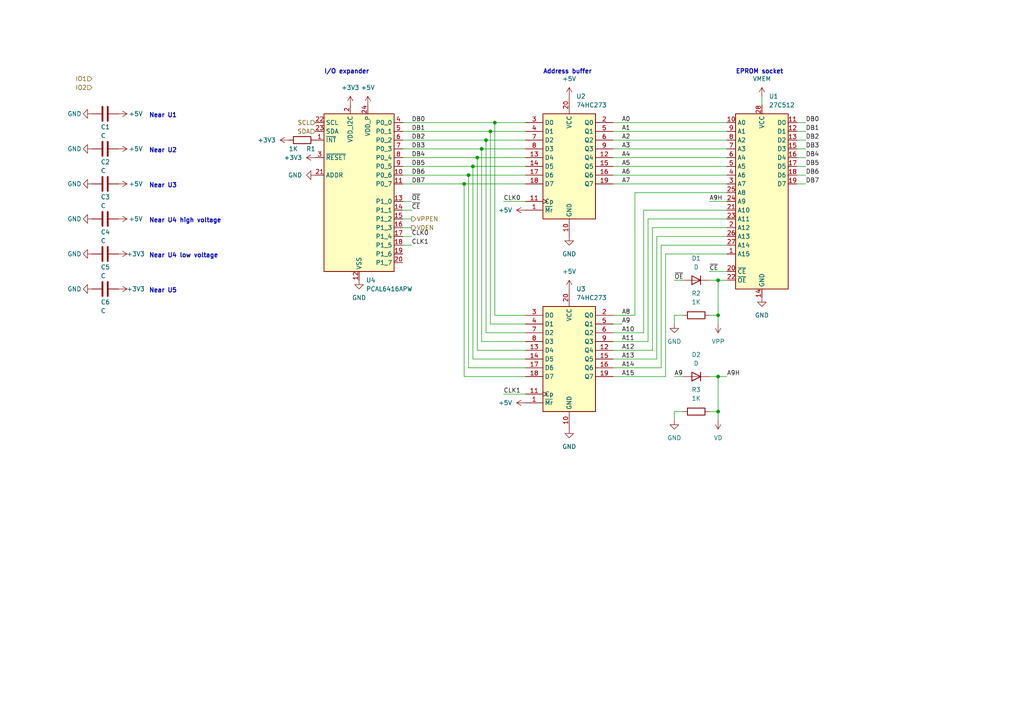
<source format=kicad_sch>
(kicad_sch (version 20211123) (generator eeschema)
  (paper "A4")
  (lib_symbols
    (symbol "+3V3_1" (power) (pin_names (offset 0))
      (property "Value" "+3V3_1" (at 0 3.556 0))
      (symbol "+3V3_1_0_1"
        (polyline (pts (xy -0.762 1.27) (xy 0 2.54)))
        (polyline (pts (xy 0 0) (xy 0 2.54)))
        (polyline (pts (xy 0 2.54) (xy 0.762 1.27)))
      )
      (symbol "+3V3_1_1_1"
        (pin power_in line (at 0 0 90) (length 0) hide (name "+3V3") (number "1"))
      )
    )
    (symbol "+3V3_2" (power) (pin_names (offset 0))
      (property "Value" "+3V3_2" (at 0 3.556 0))
      (symbol "+3V3_2_0_1"
        (polyline (pts (xy -0.762 1.27) (xy 0 2.54)))
        (polyline (pts (xy 0 0) (xy 0 2.54)))
        (polyline (pts (xy 0 2.54) (xy 0.762 1.27)))
      )
      (symbol "+3V3_2_1_1"
        (pin power_in line (at 0 0 90) (length 0) hide (name "+3V3") (number "1"))
      )
    )
    (symbol "+5V_1" (power) (pin_names (offset 0))
      (property "Value" "+5V_1" (at 0 3.556 0))
      (symbol "+5V_1_0_1"
        (polyline (pts (xy -0.762 1.27) (xy 0 2.54)))
        (polyline (pts (xy 0 0) (xy 0 2.54)))
        (polyline (pts (xy 0 2.54) (xy 0.762 1.27)))
      )
      (symbol "+5V_1_1_1"
        (pin power_in line (at 0 0 90) (length 0) hide (name "+5V") (number "1"))
      )
    )
    (symbol "+5V_2" (power) (pin_names (offset 0))
      (property "Value" "+5V_2" (at 0 3.556 0))
      (symbol "+5V_2_0_1"
        (polyline (pts (xy -0.762 1.27) (xy 0 2.54)))
        (polyline (pts (xy 0 0) (xy 0 2.54)))
        (polyline (pts (xy 0 2.54) (xy 0.762 1.27)))
      )
      (symbol "+5V_2_1_1"
        (pin power_in line (at 0 0 90) (length 0) hide (name "+5V") (number "1"))
      )
    )
    (symbol "74xx:74HC273"
      (property "Reference" "U" (at -7.62 16.51 0))
      (property "Value" "74HC273" (at -7.62 -16.51 0))
      (symbol "74HC273_1_0"
        (pin input line (at -12.7 -12.7 0) (length 5.08) (name "~{Mr}") (number "1"))
        (pin power_in line (at 0 -20.32 90) (length 5.08) (name "GND") (number "10"))
        (pin input clock (at -12.7 -10.16 0) (length 5.08) (name "Cp") (number "11"))
        (pin output line (at 12.7 2.54 180) (length 5.08) (name "Q4") (number "12"))
        (pin input line (at -12.7 2.54 0) (length 5.08) (name "D4") (number "13"))
        (pin input line (at -12.7 0 0) (length 5.08) (name "D5") (number "14"))
        (pin output line (at 12.7 0 180) (length 5.08) (name "Q5") (number "15"))
        (pin output line (at 12.7 -2.54 180) (length 5.08) (name "Q6") (number "16"))
        (pin input line (at -12.7 -2.54 0) (length 5.08) (name "D6") (number "17"))
        (pin input line (at -12.7 -5.08 0) (length 5.08) (name "D7") (number "18"))
        (pin output line (at 12.7 -5.08 180) (length 5.08) (name "Q7") (number "19"))
        (pin output line (at 12.7 12.7 180) (length 5.08) (name "Q0") (number "2"))
        (pin power_in line (at 0 20.32 270) (length 5.08) (name "VCC") (number "20"))
        (pin input line (at -12.7 12.7 0) (length 5.08) (name "D0") (number "3"))
        (pin input line (at -12.7 10.16 0) (length 5.08) (name "D1") (number "4"))
        (pin output line (at 12.7 10.16 180) (length 5.08) (name "Q1") (number "5"))
        (pin output line (at 12.7 7.62 180) (length 5.08) (name "Q2") (number "6"))
        (pin input line (at -12.7 7.62 0) (length 5.08) (name "D2") (number "7"))
        (pin input line (at -12.7 5.08 0) (length 5.08) (name "D3") (number "8"))
        (pin output line (at 12.7 5.08 180) (length 5.08) (name "Q3") (number "9"))
      )
      (symbol "74HC273_1_1"
        (rectangle (start -7.62 15.24) (end 7.62 -15.24) (stroke (width 0.254)) (fill (type background)))
      )
    )
    (symbol "Device:C" (pin_numbers hide) (pin_names (offset 0.254))
      (property "Reference" "C" (at 0.635 2.54 0))
      (property "Value" "C" (at 0.635 -2.54 0))
      (symbol "C_0_1"
        (polyline (pts (xy -2.032 -0.762) (xy 2.032 -0.762)) (stroke (width 0.508)))
        (polyline (pts (xy -2.032 0.762) (xy 2.032 0.762)) (stroke (width 0.508)))
      )
      (symbol "C_1_1"
        (pin passive line (at 0 3.81 270) (length 2.794) (name "~") (number "1"))
        (pin passive line (at 0 -3.81 90) (length 2.794) (name "~") (number "2"))
      )
    )
    (symbol "Device:D" (pin_numbers hide) (pin_names (offset 1.016) hide)
      (property "Reference" "D" (at 0 2.54 0))
      (property "Value" "D" (at 0 -2.54 0))
      (symbol "D_0_1"
        (polyline (pts (xy -1.27 1.27) (xy -1.27 -1.27)) (stroke (width 0.254)))
        (polyline (pts (xy 1.27 0) (xy -1.27 0)))
        (polyline (pts (xy 1.27 1.27) (xy 1.27 -1.27) (xy -1.27 0) (xy 1.27 1.27)) (stroke (width 0.254)))
      )
      (symbol "D_1_1"
        (pin passive line (at -3.81 0 0) (length 2.54) (name "K") (number "1"))
        (pin passive line (at 3.81 0 180) (length 2.54) (name "A") (number "2"))
      )
    )
    (symbol "Device:R" (pin_numbers hide) (pin_names (offset 0))
      (property "Reference" "R" (at 2.032 0 90))
      (property "Value" "R" (at 0 0 90))
      (symbol "R_0_1"
        (rectangle (start -1.016 -2.54) (end 1.016 2.54) (stroke (width 0.254)))
      )
      (symbol "R_1_1"
        (pin passive line (at 0 3.81 270) (length 1.27) (name "~") (number "1"))
        (pin passive line (at 0 -3.81 90) (length 1.27) (name "~") (number "2"))
      )
    )
    (symbol "GND_1" (power) (pin_names (offset 0))
      (property "Value" "GND_1" (at 0 -3.81 0))
      (symbol "GND_1_0_1"
        (polyline (pts (xy 0 0) (xy 0 -1.27) (xy 1.27 -1.27) (xy 0 -2.54) (xy -1.27 -1.27) (xy 0 -1.27)))
      )
      (symbol "GND_1_1_1"
        (pin power_in line (at 0 0 270) (length 0) hide (name "GND") (number "1"))
      )
    )
    (symbol "GND_2" (power) (pin_names (offset 0))
      (property "Value" "GND_2" (at 0 -3.81 0))
      (symbol "GND_2_0_1"
        (polyline (pts (xy 0 0) (xy 0 -1.27) (xy 1.27 -1.27) (xy 0 -2.54) (xy -1.27 -1.27) (xy 0 -1.27)))
      )
      (symbol "GND_2_1_1"
        (pin power_in line (at 0 0 270) (length 0) hide (name "GND") (number "1"))
      )
    )
    (symbol "GND_3" (power) (pin_names (offset 0))
      (property "Value" "GND_3" (at 0 -3.81 0))
      (symbol "GND_3_0_1"
        (polyline (pts (xy 0 0) (xy 0 -1.27) (xy 1.27 -1.27) (xy 0 -2.54) (xy -1.27 -1.27) (xy 0 -1.27)))
      )
      (symbol "GND_3_1_1"
        (pin power_in line (at 0 0 270) (length 0) hide (name "GND") (number "1"))
      )
    )
    (symbol "GND_4" (power) (pin_names (offset 0))
      (property "Value" "GND_4" (at 0 -3.81 0))
      (symbol "GND_4_0_1"
        (polyline (pts (xy 0 0) (xy 0 -1.27) (xy 1.27 -1.27) (xy 0 -2.54) (xy -1.27 -1.27) (xy 0 -1.27)))
      )
      (symbol "GND_4_1_1"
        (pin power_in line (at 0 0 270) (length 0) hide (name "GND") (number "1"))
      )
    )
    (symbol "GND_5" (power) (pin_names (offset 0))
      (property "Value" "GND_5" (at 0 -3.81 0))
      (symbol "GND_5_0_1"
        (polyline (pts (xy 0 0) (xy 0 -1.27) (xy 1.27 -1.27) (xy 0 -2.54) (xy -1.27 -1.27) (xy 0 -1.27)))
      )
      (symbol "GND_5_1_1"
        (pin power_in line (at 0 0 270) (length 0) hide (name "GND") (number "1"))
      )
    )
    (symbol "GND_6" (power) (pin_names (offset 0))
      (property "Value" "GND_6" (at 0 -3.81 0))
      (symbol "GND_6_0_1"
        (polyline (pts (xy 0 0) (xy 0 -1.27) (xy 1.27 -1.27) (xy 0 -2.54) (xy -1.27 -1.27) (xy 0 -1.27)))
      )
      (symbol "GND_6_1_1"
        (pin power_in line (at 0 0 270) (length 0) hide (name "GND") (number "1"))
      )
    )
    (symbol "Interface_Expansion:PCAL6416APW"
      (property "Reference" "U" (at -10.16 24.13 0))
      (property "Value" "PCAL6416APW" (at 3.81 24.13 0))
      (symbol "PCAL6416APW_0_1"
        (rectangle (start -10.16 22.86) (end 10.16 -22.86) (stroke (width 0.254)) (fill (type background)))
      )
      (symbol "PCAL6416APW_1_1"
        (pin open_collector line (at -12.7 15.24 0) (length 2.54) (name "~{INT}") (number "1"))
        (pin bidirectional line (at 12.7 5.08 180) (length 2.54) (name "P0_6") (number "10"))
        (pin bidirectional line (at 12.7 2.54 180) (length 2.54) (name "P0_7") (number "11"))
        (pin power_in line (at 0 -25.4 90) (length 2.54) (name "VSS") (number "12"))
        (pin bidirectional line (at 12.7 -2.54 180) (length 2.54) (name "P1_0") (number "13"))
        (pin bidirectional line (at 12.7 -5.08 180) (length 2.54) (name "P1_1") (number "14"))
        (pin bidirectional line (at 12.7 -7.62 180) (length 2.54) (name "P1_2") (number "15"))
        (pin bidirectional line (at 12.7 -10.16 180) (length 2.54) (name "P1_3") (number "16"))
        (pin bidirectional line (at 12.7 -12.7 180) (length 2.54) (name "P1_4") (number "17"))
        (pin bidirectional line (at 12.7 -15.24 180) (length 2.54) (name "P1_5") (number "18"))
        (pin bidirectional line (at 12.7 -17.78 180) (length 2.54) (name "P1_6") (number "19"))
        (pin power_in line (at -2.54 25.4 270) (length 2.54) (name "VDD_I2C") (number "2"))
        (pin bidirectional line (at 12.7 -20.32 180) (length 2.54) (name "P1_7") (number "20"))
        (pin input line (at -12.7 5.08 0) (length 2.54) (name "ADDR") (number "21"))
        (pin input line (at -12.7 20.32 0) (length 2.54) (name "SCL") (number "22"))
        (pin bidirectional line (at -12.7 17.78 0) (length 2.54) (name "SDA") (number "23"))
        (pin power_in line (at 2.54 25.4 270) (length 2.54) (name "VDD_P") (number "24"))
        (pin input line (at -12.7 10.16 0) (length 2.54) (name "~{RESET}") (number "3"))
        (pin bidirectional line (at 12.7 20.32 180) (length 2.54) (name "P0_0") (number "4"))
        (pin bidirectional line (at 12.7 17.78 180) (length 2.54) (name "P0_1") (number "5"))
        (pin bidirectional line (at 12.7 15.24 180) (length 2.54) (name "P0_2") (number "6"))
        (pin bidirectional line (at 12.7 12.7 180) (length 2.54) (name "P0_3") (number "7"))
        (pin bidirectional line (at 12.7 10.16 180) (length 2.54) (name "P0_4") (number "8"))
        (pin bidirectional line (at 12.7 7.62 180) (length 2.54) (name "P0_5") (number "9"))
      )
    )
    (symbol "Memory_EPROM:27C512"
      (property "Reference" "U" (at -7.62 26.67 0))
      (property "Value" "27C512" (at 2.54 -26.67 0))
      (symbol "27C512_1_1"
        (rectangle (start -7.62 25.4) (end 7.62 -25.4) (stroke (width 0.254)) (fill (type background)))
        (pin input line (at -10.16 -15.24 0) (length 2.54) (name "A15") (number "1"))
        (pin input line (at -10.16 22.86 0) (length 2.54) (name "A0") (number "10"))
        (pin tri_state line (at 10.16 22.86 180) (length 2.54) (name "D0") (number "11"))
        (pin tri_state line (at 10.16 20.32 180) (length 2.54) (name "D1") (number "12"))
        (pin tri_state line (at 10.16 17.78 180) (length 2.54) (name "D2") (number "13"))
        (pin power_in line (at 0 -27.94 90) (length 2.54) (name "GND") (number "14"))
        (pin tri_state line (at 10.16 15.24 180) (length 2.54) (name "D3") (number "15"))
        (pin tri_state line (at 10.16 12.7 180) (length 2.54) (name "D4") (number "16"))
        (pin tri_state line (at 10.16 10.16 180) (length 2.54) (name "D5") (number "17"))
        (pin tri_state line (at 10.16 7.62 180) (length 2.54) (name "D6") (number "18"))
        (pin tri_state line (at 10.16 5.08 180) (length 2.54) (name "D7") (number "19"))
        (pin input line (at -10.16 -7.62 0) (length 2.54) (name "A12") (number "2"))
        (pin input line (at -10.16 -20.32 0) (length 2.54) (name "~{CE}") (number "20"))
        (pin input line (at -10.16 -2.54 0) (length 2.54) (name "A10") (number "21"))
        (pin input line (at -10.16 -22.86 0) (length 2.54) (name "~{OE}") (number "22"))
        (pin input line (at -10.16 -5.08 0) (length 2.54) (name "A11") (number "23"))
        (pin input line (at -10.16 0 0) (length 2.54) (name "A9") (number "24"))
        (pin input line (at -10.16 2.54 0) (length 2.54) (name "A8") (number "25"))
        (pin input line (at -10.16 -10.16 0) (length 2.54) (name "A13") (number "26"))
        (pin input line (at -10.16 -12.7 0) (length 2.54) (name "A14") (number "27"))
        (pin power_in line (at 0 27.94 270) (length 2.54) (name "VCC") (number "28"))
        (pin input line (at -10.16 5.08 0) (length 2.54) (name "A7") (number "3"))
        (pin input line (at -10.16 7.62 0) (length 2.54) (name "A6") (number "4"))
        (pin input line (at -10.16 10.16 0) (length 2.54) (name "A5") (number "5"))
        (pin input line (at -10.16 12.7 0) (length 2.54) (name "A4") (number "6"))
        (pin input line (at -10.16 15.24 0) (length 2.54) (name "A3") (number "7"))
        (pin input line (at -10.16 17.78 0) (length 2.54) (name "A2") (number "8"))
        (pin input line (at -10.16 20.32 0) (length 2.54) (name "A1") (number "9"))
      )
    )
    (symbol "power:+3V3" (power) (pin_names (offset 0))
      (property "Value" "+3V3" (at 0 3.556 0))
      (symbol "+3V3_0_1"
        (polyline (pts (xy -0.762 1.27) (xy 0 2.54)))
        (polyline (pts (xy 0 0) (xy 0 2.54)))
        (polyline (pts (xy 0 2.54) (xy 0.762 1.27)))
      )
      (symbol "+3V3_1_1"
        (pin power_in line (at 0 0 90) (length 0) hide (name "+3V3") (number "1"))
      )
    )
    (symbol "power:+5V" (power) (pin_names (offset 0))
      (property "Value" "+5V" (at 0 3.556 0))
      (symbol "+5V_0_1"
        (polyline (pts (xy -0.762 1.27) (xy 0 2.54)))
        (polyline (pts (xy 0 0) (xy 0 2.54)))
        (polyline (pts (xy 0 2.54) (xy 0.762 1.27)))
      )
      (symbol "+5V_1_1"
        (pin power_in line (at 0 0 90) (length 0) hide (name "+5V") (number "1"))
      )
    )
    (symbol "power:GND" (power) (pin_names (offset 0))
      (property "Value" "GND" (at 0 -3.81 0))
      (symbol "GND_0_1"
        (polyline (pts (xy 0 0) (xy 0 -1.27) (xy 1.27 -1.27) (xy 0 -2.54) (xy -1.27 -1.27) (xy 0 -1.27)))
      )
      (symbol "GND_1_1"
        (pin power_in line (at 0 0 270) (length 0) hide (name "GND") (number "1"))
      )
    )
    (symbol "power:VD" (power) (pin_names (offset 0))
      (property "Value" "VD" (at 0 3.81 0))
      (symbol "VD_0_1"
        (polyline (pts (xy -0.762 1.27) (xy 0 2.54)))
        (polyline (pts (xy 0 0) (xy 0 2.54)))
        (polyline (pts (xy 0 2.54) (xy 0.762 1.27)))
      )
      (symbol "VD_1_1"
        (pin power_in line (at 0 0 90) (length 0) hide (name "VD") (number "1"))
      )
    )
    (symbol "power:VMEM" (power) (pin_names (offset 0))
      (property "Value" "VMEM" (at 0 3.81 0))
      (symbol "VMEM_0_1"
        (polyline (pts (xy -0.762 1.27) (xy 0 2.54)))
        (polyline (pts (xy 0 0) (xy 0 2.54)))
        (polyline (pts (xy 0 2.54) (xy 0.762 1.27)))
      )
      (symbol "VMEM_1_1"
        (pin power_in line (at 0 0 90) (length 0) hide (name "VMEM") (number "1"))
      )
    )
    (symbol "power:VPP" (power) (pin_names (offset 0))
      (property "Value" "VPP" (at 0 3.81 0))
      (symbol "VPP_0_1"
        (polyline (pts (xy -0.762 1.27) (xy 0 2.54)))
        (polyline (pts (xy 0 0) (xy 0 2.54)))
        (polyline (pts (xy 0 2.54) (xy 0.762 1.27)))
      )
      (symbol "VPP_1_1"
        (pin power_in line (at 0 0 90) (length 0) hide (name "VPP") (number "1"))
      )
    )
  )
  (junction (at 135.89 50.8))
  (junction (at 142.24 38.1))
  (junction (at 208.28 91.44))
  (junction (at 134.62 53.34))
  (junction (at 137.16 48.26))
  (junction (at 208.28 81.28))
  (junction (at 139.7 43.18))
  (junction (at 140.97 40.64))
  (junction (at 138.43 45.72))
  (junction (at 208.28 109.22))
  (junction (at 208.28 119.38))
  (junction (at 143.51 35.56))
  (wire (pts (xy 177.8 104.14) (xy 190.5 104.14)))
  (wire (pts (xy 233.68 43.18) (xy 231.14 43.18)))
  (wire (pts (xy 189.23 101.6) (xy 189.23 66.04)))
  (wire (pts (xy 177.8 53.34) (xy 210.82 53.34)))
  (wire (pts (xy 220.98 27.94) (xy 220.98 30.48)))
  (wire (pts (xy 116.84 63.5) (xy 119.38 63.5)))
  (wire (pts (xy 193.04 109.22) (xy 193.04 73.66)))
  (wire (pts (xy 142.24 38.1) (xy 152.4 38.1)))
  (wire (pts (xy 233.68 40.64) (xy 231.14 40.64)))
  (wire (pts (xy 233.68 50.8) (xy 231.14 50.8)))
  (wire (pts (xy 116.84 43.18) (xy 139.7 43.18)))
  (wire (pts (xy 177.8 43.18) (xy 210.82 43.18)))
  (wire (pts (xy 152.4 91.44) (xy 143.51 91.44)))
  (wire (pts (xy 146.05 114.3) (xy 152.4 114.3)))
  (wire (pts (xy 190.5 68.58) (xy 210.82 68.58)))
  (wire (pts (xy 195.58 93.98) (xy 195.58 91.44)))
  (wire (pts (xy 184.15 91.44) (xy 177.8 91.44)))
  (wire (pts (xy 208.28 119.38) (xy 205.74 119.38)))
  (wire (pts (xy 116.84 58.42) (xy 119.38 58.42)))
  (wire (pts (xy 195.58 109.22) (xy 198.12 109.22)))
  (wire (pts (xy 138.43 45.72) (xy 152.4 45.72)))
  (wire (pts (xy 205.74 78.74) (xy 210.82 78.74)))
  (wire (pts (xy 116.84 38.1) (xy 142.24 38.1)))
  (wire (pts (xy 191.77 106.68) (xy 191.77 71.12)))
  (wire (pts (xy 152.4 93.98) (xy 142.24 93.98)))
  (wire (pts (xy 208.28 109.22) (xy 210.82 109.22)))
  (wire (pts (xy 134.62 53.34) (xy 152.4 53.34)))
  (wire (pts (xy 139.7 43.18) (xy 152.4 43.18)))
  (wire (pts (xy 146.05 58.42) (xy 152.4 58.42)))
  (wire (pts (xy 177.8 35.56) (xy 210.82 35.56)))
  (wire (pts (xy 177.8 93.98) (xy 180.34 93.98)))
  (wire (pts (xy 189.23 66.04) (xy 210.82 66.04)))
  (wire (pts (xy 177.8 101.6) (xy 189.23 101.6)))
  (wire (pts (xy 138.43 101.6) (xy 138.43 45.72)))
  (wire (pts (xy 177.8 38.1) (xy 210.82 38.1)))
  (wire (pts (xy 233.68 48.26) (xy 231.14 48.26)))
  (wire (pts (xy 143.51 91.44) (xy 143.51 35.56)))
  (wire (pts (xy 139.7 99.06) (xy 139.7 43.18)))
  (wire (pts (xy 195.58 91.44) (xy 198.12 91.44)))
  (wire (pts (xy 190.5 104.14) (xy 190.5 68.58)))
  (wire (pts (xy 208.28 91.44) (xy 208.28 93.98)))
  (wire (pts (xy 208.28 121.92) (xy 208.28 119.38)))
  (wire (pts (xy 177.8 96.52) (xy 186.69 96.52)))
  (wire (pts (xy 137.16 104.14) (xy 137.16 48.26)))
  (wire (pts (xy 208.28 109.22) (xy 208.28 119.38)))
  (wire (pts (xy 152.4 104.14) (xy 137.16 104.14)))
  (wire (pts (xy 205.74 91.44) (xy 208.28 91.44)))
  (wire (pts (xy 152.4 101.6) (xy 138.43 101.6)))
  (wire (pts (xy 134.62 109.22) (xy 134.62 53.34)))
  (wire (pts (xy 177.8 45.72) (xy 210.82 45.72)))
  (wire (pts (xy 177.8 40.64) (xy 210.82 40.64)))
  (wire (pts (xy 152.4 109.22) (xy 134.62 109.22)))
  (wire (pts (xy 193.04 73.66) (xy 210.82 73.66)))
  (wire (pts (xy 137.16 48.26) (xy 152.4 48.26)))
  (wire (pts (xy 187.96 63.5) (xy 210.82 63.5)))
  (wire (pts (xy 233.68 38.1) (xy 231.14 38.1)))
  (wire (pts (xy 208.28 81.28) (xy 208.28 91.44)))
  (wire (pts (xy 233.68 45.72) (xy 231.14 45.72)))
  (wire (pts (xy 177.8 99.06) (xy 187.96 99.06)))
  (wire (pts (xy 116.84 60.96) (xy 119.38 60.96)))
  (wire (pts (xy 116.84 66.04) (xy 119.38 66.04)))
  (wire (pts (xy 116.84 50.8) (xy 135.89 50.8)))
  (wire (pts (xy 152.4 99.06) (xy 139.7 99.06)))
  (wire (pts (xy 135.89 106.68) (xy 135.89 50.8)))
  (wire (pts (xy 177.8 50.8) (xy 210.82 50.8)))
  (wire (pts (xy 116.84 40.64) (xy 140.97 40.64)))
  (wire (pts (xy 205.74 109.22) (xy 208.28 109.22)))
  (wire (pts (xy 205.74 81.28) (xy 208.28 81.28)))
  (wire (pts (xy 186.69 96.52) (xy 186.69 60.96)))
  (wire (pts (xy 135.89 50.8) (xy 152.4 50.8)))
  (wire (pts (xy 184.15 55.88) (xy 210.82 55.88)))
  (wire (pts (xy 184.15 91.44) (xy 184.15 55.88)))
  (wire (pts (xy 116.84 48.26) (xy 137.16 48.26)))
  (wire (pts (xy 191.77 71.12) (xy 210.82 71.12)))
  (wire (pts (xy 195.58 119.38) (xy 198.12 119.38)))
  (wire (pts (xy 177.8 106.68) (xy 191.77 106.68)))
  (wire (pts (xy 140.97 96.52) (xy 140.97 40.64)))
  (wire (pts (xy 116.84 45.72) (xy 138.43 45.72)))
  (wire (pts (xy 177.8 48.26) (xy 210.82 48.26)))
  (wire (pts (xy 187.96 99.06) (xy 187.96 63.5)))
  (wire (pts (xy 116.84 71.12) (xy 119.38 71.12)))
  (wire (pts (xy 143.51 35.56) (xy 152.4 35.56)))
  (wire (pts (xy 233.68 35.56) (xy 231.14 35.56)))
  (wire (pts (xy 116.84 35.56) (xy 143.51 35.56)))
  (wire (pts (xy 233.68 53.34) (xy 231.14 53.34)))
  (wire (pts (xy 177.8 109.22) (xy 193.04 109.22)))
  (wire (pts (xy 152.4 96.52) (xy 140.97 96.52)))
  (wire (pts (xy 186.69 60.96) (xy 210.82 60.96)))
  (wire (pts (xy 140.97 40.64) (xy 152.4 40.64)))
  (wire (pts (xy 116.84 53.34) (xy 134.62 53.34)))
  (wire (pts (xy 116.84 68.58) (xy 119.38 68.58)))
  (wire (pts (xy 195.58 81.28) (xy 198.12 81.28)))
  (wire (pts (xy 142.24 93.98) (xy 142.24 38.1)))
  (wire (pts (xy 208.28 81.28) (xy 210.82 81.28)))
  (wire (pts (xy 205.74 58.42) (xy 210.82 58.42)))
  (wire (pts (xy 152.4 106.68) (xy 135.89 106.68)))
  (wire (pts (xy 195.58 121.92) (xy 195.58 119.38)))
  (text "Near U3" (at 43.18 54.61 0) (effects (font (size 1.27 1.27) (thickness 0.254) bold) (justify left bottom)))
  (text "I/O expander\n" (at 93.98 21.59 0) (effects (font (size 1.27 1.27) (thickness 0.254) bold) (justify left bottom)))
  (text "EPROM socket" (at 213.36 21.59 0) (effects (font (size 1.27 1.27) (thickness 0.254) bold) (justify left bottom)))
  (text "Near U1" (at 43.18 34.29 0) (effects (font (size 1.27 1.27) (thickness 0.254) bold) (justify left bottom)))
  (text "Near U4 high voltage" (at 43.18 64.77 0) (effects (font (size 1.27 1.27) (thickness 0.254) bold) (justify left bottom)))
  (text "Near U5" (at 43.18 85.09 0) (effects (font (size 1.27 1.27) (thickness 0.254) bold) (justify left bottom)))
  (text "Address buffer\n" (at 157.48 21.59 0) (effects (font (size 1.27 1.27) (thickness 0.254) bold) (justify left bottom)))
  (text "Near U4 low voltage" (at 43.18 74.93 0) (effects (font (size 1.27 1.27) (thickness 0.254) bold) (justify left bottom)))
  (text "Near U2" (at 43.18 44.45 0) (effects (font (size 1.27 1.27) (thickness 0.254) bold) (justify left bottom)))
  (label "DB4" (at 233.68 45.72 0))
  (label "DB1" (at 119.38 38.1 0))
  (label "A4" (at 180.34 45.72 0))
  (label "A8" (at 180.34 91.44 0))
  (label "CLK0" (at 146.05 58.42 0))
  (label "~{CE}" (at 205.74 78.74 0))
  (label "DB2" (at 233.68 40.64 0))
  (label "DB1" (at 233.68 38.1 0))
  (label "DB7" (at 119.38 53.34 0))
  (label "A9" (at 180.34 93.98 0))
  (label "DB5" (at 233.68 48.26 0))
  (label "A7" (at 180.34 53.34 0))
  (label "DB6" (at 119.38 50.8 0))
  (label "A15" (at 180.34 109.22 0))
  (label "DB5" (at 119.38 48.26 0))
  (label "DB0" (at 233.68 35.56 0))
  (label "DB2" (at 119.38 40.64 0))
  (label "DB3" (at 233.68 43.18 0))
  (label "A2" (at 180.34 40.64 0))
  (label "~{CE}" (at 119.38 60.96 0))
  (label "DB6" (at 233.68 50.8 0))
  (label "DB7" (at 233.68 53.34 0))
  (label "A9H" (at 210.82 109.22 0))
  (label "A10" (at 180.34 96.52 0))
  (label "A9H" (at 205.74 58.42 0))
  (label "A13" (at 180.34 104.14 0))
  (label "DB0" (at 119.38 35.56 0))
  (label "A14" (at 180.34 106.68 0))
  (label "CLK1" (at 146.05 114.3 0))
  (label "~{OE}" (at 119.38 58.42 0))
  (label "CLK1" (at 119.38 71.12 0))
  (label "A11" (at 180.34 99.06 0))
  (label "A3" (at 180.34 43.18 0))
  (label "~{OE}" (at 195.58 81.28 0))
  (label "DB3" (at 119.38 43.18 0))
  (label "A9" (at 195.58 109.22 0))
  (label "A5" (at 180.34 48.26 0))
  (label "DB4" (at 119.38 45.72 0))
  (label "A12" (at 180.34 101.6 0))
  (label "A6" (at 180.34 50.8 0))
  (label "A1" (at 180.34 38.1 0))
  (label "A0" (at 180.34 35.56 0))
  (label "CLK0" (at 119.38 68.58 0))
  (hierarchical_label "IO1" (shape input) (at 26.67 22.86 180))
  (hierarchical_label "IO2" (shape input) (at 26.67 25.4 180))
  (hierarchical_label "SDA" (shape input) (at 91.44 38.1 180))
  (hierarchical_label "VDEN" (shape output) (at 119.38 66.04 0))
  (hierarchical_label "SCL" (shape input) (at 91.44 35.56 180))
  (hierarchical_label "VPPEN" (shape output) (at 119.38 63.5 0))
  (symbol (lib_name "+5V_2") (lib_id "power:+5V") (at 34.29 53.34 270) (unit 1)
    (property "Reference" "#PWR?" (effects hide))
    (property "Value" "+5V" (at 39.37 53.34 90))
  )
  (symbol (lib_id "power:+5V") (at 106.68 30.48 0) (unit 1)
    (property "Reference" "#PWR?" (effects hide))
    (property "Value" "+5V" (at 106.68 25.4 0))
  )
  (symbol (lib_id "power:VMEM") (at 220.98 27.94 0) (unit 1)
    (property "Reference" "#PWR?" (effects hide))
    (property "Value" "VMEM" (at 220.98 22.86 0))
  )
  (symbol (lib_id "Interface_Expansion:PCAL6416APW") (at 104.14 55.88 0) (unit 1)
    (property "Reference" "U4" (at 106.1594 81.28 0) (effects (justify left)))
    (property "Value" "PCAL6416APW" (at 106.1594 83.82 0) (effects (justify left)))
    (property "Footprint" "Package_SO:TSSOP-24_4.4x7.8mm_P0.65mm" (effects hide))
    (property "Datasheet" "https://www.nxp.com/docs/en/data-sheet/PCAL6416A.pdf" (effects hide))
  )
  (symbol (lib_id "Device:D") (at 201.93 81.28 180) (unit 1)
    (property "Reference" "D1" (at 201.93 74.93 0))
    (property "Value" "D" (at 201.93 77.47 0))
  )
  (symbol (lib_id "power:VPP") (at 208.28 93.98 180) (unit 1)
    (property "Reference" "#PWR?" (effects hide))
    (property "Value" "VPP" (at 208.28 99.06 0))
  )
  (symbol (lib_name "+3V3_2") (lib_id "power:+3V3") (at 34.29 83.82 270) (unit 1)
    (property "Reference" "#PWR?" (effects hide))
    (property "Value" "+3V3" (at 39.37 83.82 90))
  )
  (symbol (lib_id "Device:C") (at 30.48 83.82 270) (unit 1)
    (property "Reference" "C6" (at 29.21 87.6299 90) (effects (justify left)))
    (property "Value" "C" (at 29.21 90.1699 90) (effects (justify left)))
    (property "Footprint" "Capacitor_THT:C_Disc_D3.0mm_W1.6mm_P2.50mm" (effects hide))
  )
  (symbol (lib_name "GND_2") (lib_id "power:GND") (at 26.67 43.18 270) (unit 1)
    (property "Reference" "#PWR?" (effects hide))
    (property "Value" "GND" (at 21.59 43.18 90))
  )
  (symbol (lib_name "GND_3") (lib_id "power:GND") (at 26.67 53.34 270) (unit 1)
    (property "Reference" "#PWR?" (effects hide))
    (property "Value" "GND" (at 21.59 53.34 90))
  )
  (symbol (lib_id "power:GND") (at 91.44 50.8 270) (unit 1)
    (property "Reference" "#PWR?" (effects hide))
    (property "Value" "GND" (at 87.63 50.7999 90) (effects (justify right)))
  )
  (symbol (lib_id "Device:C") (at 30.48 33.02 270) (unit 1)
    (property "Reference" "C1" (at 29.21 36.8299 90) (effects (justify left)))
    (property "Value" "C" (at 29.21 39.3699 90) (effects (justify left)))
    (property "Footprint" "Capacitor_THT:C_Disc_D3.0mm_W1.6mm_P2.50mm" (effects hide))
  )
  (symbol (lib_id "Device:C") (at 30.48 43.18 270) (unit 1)
    (property "Reference" "C2" (at 29.21 46.9899 90) (effects (justify left)))
    (property "Value" "C" (at 29.21 49.5299 90) (effects (justify left)))
    (property "Footprint" "Capacitor_THT:C_Disc_D3.0mm_W1.6mm_P2.50mm" (effects hide))
  )
  (symbol (lib_id "power:+5V") (at 152.4 60.96 90) (unit 1)
    (property "Reference" "#PWR?" (effects hide))
    (property "Value" "+5V" (at 148.59 60.9599 90) (effects (justify left)))
  )
  (symbol (lib_id "power:VD") (at 208.28 121.92 180) (unit 1)
    (property "Reference" "#PWR?" (effects hide))
    (property "Value" "VD" (at 208.28 127 0))
  )
  (symbol (lib_id "Device:C") (at 30.48 63.5 270) (unit 1)
    (property "Reference" "C4" (at 29.21 67.3099 90) (effects (justify left)))
    (property "Value" "C" (at 29.21 69.8499 90) (effects (justify left)))
    (property "Footprint" "Capacitor_THT:C_Disc_D3.0mm_W1.6mm_P2.50mm" (effects hide))
  )
  (symbol (lib_name "+3V3_2") (lib_id "power:+3V3") (at 34.29 73.66 270) (unit 1)
    (property "Reference" "#PWR?" (effects hide))
    (property "Value" "+3V3" (at 39.37 73.66 90))
  )
  (symbol (lib_id "74xx:74HC273") (at 165.1 48.26 0) (unit 1)
    (property "Reference" "U2" (at 167.1194 27.94 0) (effects (justify left)))
    (property "Value" "74HC273" (at 167.1194 30.48 0) (effects (justify left)))
    (property "Datasheet" "https://assets.nexperia.com/documents/data-sheet/74HC_HCT273.pdf" (effects hide))
  )
  (symbol (lib_name "GND_6") (lib_id "power:GND") (at 195.58 121.92 0) (unit 1)
    (property "Reference" "#PWR?" (effects hide))
    (property "Value" "GND" (at 195.58 127 0))
  )
  (symbol (lib_name "+5V_1") (lib_id "power:+5V") (at 34.29 63.5 270) (unit 1)
    (property "Reference" "#PWR?" (effects hide))
    (property "Value" "+5V" (at 39.37 63.5 90))
  )
  (symbol (lib_id "Memory_EPROM:27C512") (at 220.98 58.42 0) (unit 1)
    (property "Reference" "U1" (at 222.9994 27.94 0) (effects (justify left)))
    (property "Value" "27C512" (at 222.9994 30.48 0) (effects (justify left)))
    (property "Footprint" "Package_DIP:DIP-28_W15.24mm" (effects hide))
    (property "Datasheet" "http://ww1.microchip.com/downloads/en/DeviceDoc/doc0015.pdf" (effects hide))
  )
  (symbol (lib_id "Device:D") (at 201.93 109.22 180) (unit 1)
    (property "Reference" "D2" (at 201.93 102.87 0))
    (property "Value" "D" (at 201.93 105.41 0))
  )
  (symbol (lib_name "GND_4") (lib_id "power:GND") (at 26.67 63.5 270) (unit 1)
    (property "Reference" "#PWR?" (effects hide))
    (property "Value" "GND" (at 21.59 63.5 90))
  )
  (symbol (lib_name "GND_1") (lib_id "power:GND") (at 26.67 33.02 270) (unit 1)
    (property "Reference" "#PWR?" (effects hide))
    (property "Value" "GND" (at 21.59 33.02 90))
  )
  (symbol (lib_id "power:+3V3") (at 101.6 30.48 0) (unit 1)
    (property "Reference" "#PWR?" (effects hide))
    (property "Value" "+3V3" (at 101.6 25.4 0))
  )
  (symbol (lib_id "Device:R") (at 87.63 40.64 90) (unit 1)
    (property "Reference" "R1" (at 90.17 43.18 90))
    (property "Value" "1K" (at 85.09 43.18 90))
  )
  (symbol (lib_name "GND_5") (lib_id "power:GND") (at 195.58 93.98 0) (unit 1)
    (property "Reference" "#PWR?" (effects hide))
    (property "Value" "GND" (at 195.58 99.06 0))
  )
  (symbol (lib_id "Device:R") (at 201.93 91.44 90) (unit 1)
    (property "Reference" "R2" (at 201.93 85.09 90))
    (property "Value" "1K" (at 201.93 87.63 90))
  )
  (symbol (lib_id "74xx:74HC273") (at 165.1 104.14 0) (unit 1)
    (property "Reference" "U3" (at 167.1194 83.82 0) (effects (justify left)))
    (property "Value" "74HC273" (at 167.1194 86.36 0) (effects (justify left)))
    (property "Datasheet" "https://assets.nexperia.com/documents/data-sheet/74HC_HCT273.pdf" (effects hide))
  )
  (symbol (lib_id "power:GND") (at 165.1 124.46 0) (unit 1)
    (property "Reference" "#PWR?" (effects hide))
    (property "Value" "GND" (at 165.1 129.54 0))
  )
  (symbol (lib_name "+5V_1") (lib_id "power:+5V") (at 34.29 43.18 270) (unit 1)
    (property "Reference" "#PWR?" (effects hide))
    (property "Value" "+5V" (at 39.37 43.18 90))
  )
  (symbol (lib_name "+3V3_1") (lib_id "power:+3V3") (at 83.82 40.64 90) (unit 1)
    (property "Reference" "#PWR?" (effects hide))
    (property "Value" "+3V3" (at 80.01 40.6399 90) (effects (justify left)))
  )
  (symbol (lib_id "power:+5V") (at 165.1 27.94 0) (unit 1)
    (property "Reference" "#PWR?" (effects hide))
    (property "Value" "+5V" (at 165.1 22.86 0))
  )
  (symbol (lib_id "Device:R") (at 201.93 119.38 90) (unit 1)
    (property "Reference" "R3" (at 201.93 113.03 90))
    (property "Value" "1K" (at 201.93 115.57 90))
  )
  (symbol (lib_id "Device:C") (at 30.48 73.66 270) (unit 1)
    (property "Reference" "C5" (at 29.21 77.4699 90) (effects (justify left)))
    (property "Value" "C" (at 29.21 80.0099 90) (effects (justify left)))
    (property "Footprint" "Capacitor_THT:C_Disc_D3.0mm_W1.6mm_P2.50mm" (effects hide))
  )
  (symbol (lib_id "power:GND") (at 220.98 86.36 0) (unit 1)
    (property "Reference" "#PWR?" (effects hide))
    (property "Value" "GND" (at 220.98 91.44 0))
  )
  (symbol (lib_name "GND_4") (lib_id "power:GND") (at 26.67 83.82 270) (unit 1)
    (property "Reference" "#PWR?" (effects hide))
    (property "Value" "GND" (at 21.59 83.82 90))
  )
  (symbol (lib_id "Device:C") (at 30.48 53.34 270) (unit 1)
    (property "Reference" "C3" (at 29.21 57.1499 90) (effects (justify left)))
    (property "Value" "C" (at 29.21 59.6899 90) (effects (justify left)))
    (property "Footprint" "Capacitor_THT:C_Disc_D3.0mm_W1.6mm_P2.50mm" (effects hide))
  )
  (symbol (lib_id "power:+3V3") (at 91.44 45.72 90) (unit 1)
    (property "Reference" "#PWR?" (effects hide))
    (property "Value" "+3V3" (at 87.63 45.7199 90) (effects (justify left)))
  )
  (symbol (lib_id "power:GND") (at 104.14 81.28 0) (unit 1)
    (property "Reference" "#PWR?" (effects hide))
    (property "Value" "GND" (at 104.14 86.36 0))
  )
  (symbol (lib_name "GND_4") (lib_id "power:GND") (at 26.67 73.66 270) (unit 1)
    (property "Reference" "#PWR?" (effects hide))
    (property "Value" "GND" (at 21.59 73.66 90))
  )
  (symbol (lib_id "power:GND") (at 165.1 68.58 0) (unit 1)
    (property "Reference" "#PWR?" (effects hide))
    (property "Value" "GND" (at 165.1 73.66 0))
  )
  (symbol (lib_name "+5V_1") (lib_id "power:+5V") (at 34.29 33.02 270) (unit 1)
    (property "Reference" "#PWR?" (effects hide))
    (property "Value" "+5V" (at 39.37 33.02 90))
  )
  (symbol (lib_id "power:+5V") (at 152.4 116.84 90) (unit 1)
    (property "Reference" "#PWR?" (effects hide))
    (property "Value" "+5V" (at 148.59 116.8399 90) (effects (justify left)))
  )
  (symbol (lib_id "power:+5V") (at 165.1 83.82 0) (unit 1)
    (property "Reference" "#PWR?" (effects hide))
    (property "Value" "+5V" (at 165.1 78.74 0))
  )
)
</source>
